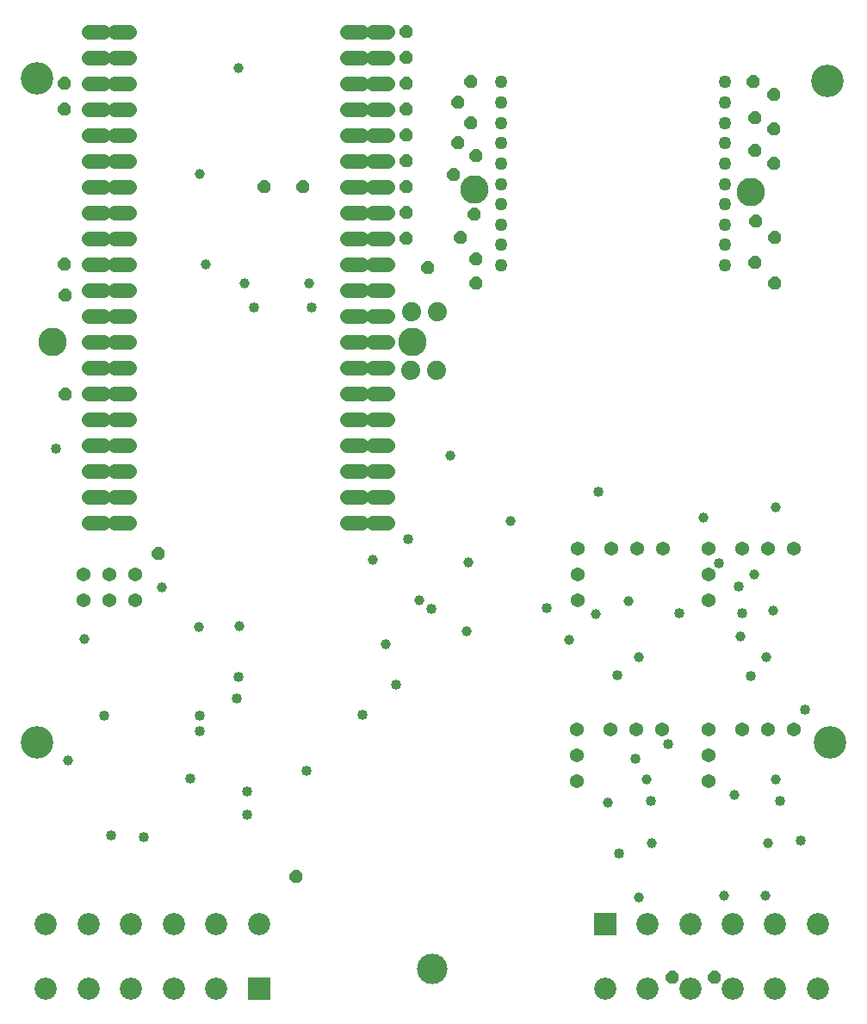
<source format=gbs>
G75*
%MOIN*%
%OFA0B0*%
%FSLAX25Y25*%
%IPPOS*%
%LPD*%
%AMOC8*
5,1,8,0,0,1.08239X$1,22.5*
%
%ADD10C,0.11024*%
%ADD11C,0.12598*%
%ADD12C,0.11811*%
%ADD13C,0.08600*%
%ADD14R,0.08600X0.08600*%
%ADD15C,0.05000*%
%ADD16C,0.05400*%
%ADD17C,0.07400*%
%ADD18OC8,0.05000*%
%ADD19C,0.05600*%
%ADD20C,0.03962*%
%ADD21C,0.04000*%
D10*
X0108934Y0318834D03*
X0248334Y0318834D03*
X0272334Y0377834D03*
X0379334Y0376834D03*
D11*
X0408834Y0419834D03*
X0409834Y0163834D03*
X0102834Y0163834D03*
X0102834Y0420834D03*
D12*
X0255834Y0076197D03*
D13*
X0106307Y0068480D03*
X0122803Y0068480D03*
X0139299Y0068480D03*
X0155795Y0068480D03*
X0172291Y0068480D03*
X0172291Y0093480D03*
X0188787Y0093480D03*
X0155795Y0093480D03*
X0139299Y0093480D03*
X0122803Y0093480D03*
X0106307Y0093480D03*
X0322842Y0068480D03*
X0339299Y0068480D03*
X0355756Y0068480D03*
X0372212Y0068480D03*
X0388669Y0068480D03*
X0405126Y0068480D03*
X0405126Y0093480D03*
X0388669Y0093480D03*
X0372212Y0093480D03*
X0355756Y0093480D03*
X0339299Y0093480D03*
D14*
X0322842Y0093480D03*
X0188787Y0068480D03*
D15*
X0282685Y0348401D03*
X0282685Y0356275D03*
X0282685Y0364149D03*
X0282685Y0372023D03*
X0282685Y0379897D03*
X0282685Y0387771D03*
X0282685Y0395645D03*
X0282685Y0403519D03*
X0282685Y0411393D03*
X0282685Y0419267D03*
X0369299Y0419267D03*
X0369299Y0411393D03*
X0369299Y0403519D03*
X0369299Y0395645D03*
X0369299Y0387771D03*
X0369299Y0379897D03*
X0369299Y0372023D03*
X0369299Y0364149D03*
X0369299Y0356275D03*
X0369299Y0348401D03*
D16*
X0362834Y0238834D03*
X0362834Y0228834D03*
X0362834Y0218834D03*
X0375834Y0238834D03*
X0385834Y0238834D03*
X0395834Y0238834D03*
X0345334Y0238834D03*
X0335334Y0238834D03*
X0325334Y0238834D03*
X0312334Y0238834D03*
X0312334Y0228834D03*
X0312334Y0218834D03*
X0311834Y0168834D03*
X0311834Y0158834D03*
X0311834Y0148834D03*
X0324834Y0168834D03*
X0334834Y0168834D03*
X0344834Y0168834D03*
X0362834Y0168834D03*
X0362834Y0158834D03*
X0362834Y0148834D03*
X0375834Y0168834D03*
X0385834Y0168834D03*
X0395834Y0168834D03*
X0140834Y0218834D03*
X0130834Y0218834D03*
X0120834Y0218834D03*
X0120834Y0228834D03*
X0130834Y0228834D03*
X0140834Y0228834D03*
D17*
X0247534Y0307834D03*
X0257534Y0307834D03*
X0257834Y0330334D03*
X0247834Y0330334D03*
D18*
X0254334Y0347334D03*
X0245834Y0358834D03*
X0245834Y0368834D03*
X0245834Y0378834D03*
X0245834Y0388834D03*
X0245834Y0398834D03*
X0245834Y0408834D03*
X0245834Y0418834D03*
X0245834Y0428834D03*
X0245834Y0438834D03*
X0270795Y0419274D03*
X0265740Y0411433D03*
X0270795Y0403519D03*
X0265740Y0395645D03*
X0272795Y0390771D03*
X0264240Y0383397D03*
X0272295Y0368023D03*
X0266740Y0359149D03*
X0272795Y0350775D03*
X0272740Y0341401D03*
X0205834Y0378834D03*
X0190834Y0378834D03*
X0113504Y0348882D03*
X0113834Y0336834D03*
X0113756Y0298267D03*
X0149834Y0236834D03*
X0203334Y0111834D03*
X0348834Y0072834D03*
X0365334Y0072834D03*
X0388586Y0341401D03*
X0380744Y0349275D03*
X0388578Y0359149D03*
X0381244Y0365531D03*
X0388078Y0387889D03*
X0380744Y0392756D03*
X0388086Y0401137D03*
X0380744Y0405559D03*
X0388086Y0414393D03*
X0380244Y0419267D03*
X0113504Y0418882D03*
X0113504Y0408882D03*
D19*
X0123034Y0408834D02*
X0128634Y0408834D01*
X0133034Y0408834D02*
X0138634Y0408834D01*
X0138634Y0398834D02*
X0133034Y0398834D01*
X0128634Y0398834D02*
X0123034Y0398834D01*
X0123034Y0388834D02*
X0128634Y0388834D01*
X0133034Y0388834D02*
X0138634Y0388834D01*
X0138634Y0378834D02*
X0133034Y0378834D01*
X0128634Y0378834D02*
X0123034Y0378834D01*
X0123034Y0368834D02*
X0128634Y0368834D01*
X0133034Y0368834D02*
X0138634Y0368834D01*
X0138634Y0358834D02*
X0133034Y0358834D01*
X0128634Y0358834D02*
X0123034Y0358834D01*
X0123034Y0348834D02*
X0128634Y0348834D01*
X0133034Y0348834D02*
X0138634Y0348834D01*
X0138634Y0338834D02*
X0133034Y0338834D01*
X0128634Y0338834D02*
X0123034Y0338834D01*
X0123034Y0328834D02*
X0128634Y0328834D01*
X0133034Y0328834D02*
X0138634Y0328834D01*
X0138634Y0318834D02*
X0133034Y0318834D01*
X0128634Y0318834D02*
X0123034Y0318834D01*
X0123034Y0308834D02*
X0128634Y0308834D01*
X0133034Y0308834D02*
X0138634Y0308834D01*
X0138634Y0298834D02*
X0133034Y0298834D01*
X0128634Y0298834D02*
X0123034Y0298834D01*
X0123034Y0288834D02*
X0128634Y0288834D01*
X0133034Y0288834D02*
X0138634Y0288834D01*
X0138634Y0278834D02*
X0133034Y0278834D01*
X0128634Y0278834D02*
X0123034Y0278834D01*
X0123034Y0268834D02*
X0128634Y0268834D01*
X0133034Y0268834D02*
X0138634Y0268834D01*
X0138634Y0258834D02*
X0133034Y0258834D01*
X0128634Y0258834D02*
X0123034Y0258834D01*
X0123034Y0248834D02*
X0128634Y0248834D01*
X0133034Y0248834D02*
X0138634Y0248834D01*
X0223034Y0248834D02*
X0228634Y0248834D01*
X0233034Y0248834D02*
X0238634Y0248834D01*
X0238634Y0258834D02*
X0233034Y0258834D01*
X0228634Y0258834D02*
X0223034Y0258834D01*
X0223034Y0268834D02*
X0228634Y0268834D01*
X0233034Y0268834D02*
X0238634Y0268834D01*
X0238634Y0278834D02*
X0233034Y0278834D01*
X0228634Y0278834D02*
X0223034Y0278834D01*
X0223034Y0288834D02*
X0228634Y0288834D01*
X0233034Y0288834D02*
X0238634Y0288834D01*
X0238634Y0298834D02*
X0233034Y0298834D01*
X0228634Y0298834D02*
X0223034Y0298834D01*
X0223034Y0308834D02*
X0228634Y0308834D01*
X0233034Y0308834D02*
X0238634Y0308834D01*
X0238634Y0318834D02*
X0233034Y0318834D01*
X0228634Y0318834D02*
X0223034Y0318834D01*
X0223034Y0328834D02*
X0228634Y0328834D01*
X0233034Y0328834D02*
X0238634Y0328834D01*
X0238634Y0338834D02*
X0233034Y0338834D01*
X0228634Y0338834D02*
X0223034Y0338834D01*
X0223034Y0348834D02*
X0228634Y0348834D01*
X0233034Y0348834D02*
X0238634Y0348834D01*
X0238634Y0358834D02*
X0233034Y0358834D01*
X0228634Y0358834D02*
X0223034Y0358834D01*
X0223034Y0368834D02*
X0228634Y0368834D01*
X0233034Y0368834D02*
X0238634Y0368834D01*
X0238634Y0378834D02*
X0233034Y0378834D01*
X0228634Y0378834D02*
X0223034Y0378834D01*
X0223034Y0388834D02*
X0228634Y0388834D01*
X0233034Y0388834D02*
X0238634Y0388834D01*
X0238634Y0398834D02*
X0233034Y0398834D01*
X0228634Y0398834D02*
X0223034Y0398834D01*
X0223034Y0408834D02*
X0228634Y0408834D01*
X0233034Y0408834D02*
X0238634Y0408834D01*
X0238634Y0418834D02*
X0233034Y0418834D01*
X0228634Y0418834D02*
X0223034Y0418834D01*
X0223034Y0428834D02*
X0228634Y0428834D01*
X0233034Y0428834D02*
X0238634Y0428834D01*
X0238634Y0438834D02*
X0233034Y0438834D01*
X0228634Y0438834D02*
X0223034Y0438834D01*
X0138634Y0438834D02*
X0133034Y0438834D01*
X0128634Y0438834D02*
X0123034Y0438834D01*
X0123034Y0428834D02*
X0128634Y0428834D01*
X0133034Y0428834D02*
X0138634Y0428834D01*
X0138634Y0418834D02*
X0133034Y0418834D01*
X0128634Y0418834D02*
X0123034Y0418834D01*
D20*
X0165834Y0383834D03*
X0168334Y0348834D03*
X0183334Y0341334D03*
X0208334Y0341334D03*
X0262834Y0274834D03*
X0286248Y0249248D03*
X0269834Y0233334D03*
X0250834Y0218834D03*
X0232834Y0234334D03*
X0237834Y0201834D03*
X0269334Y0206834D03*
X0308834Y0203334D03*
X0319334Y0213334D03*
X0331834Y0218334D03*
X0335834Y0196834D03*
X0375334Y0204834D03*
X0385334Y0196834D03*
X0387834Y0214834D03*
X0380634Y0228584D03*
X0388834Y0254834D03*
X0360834Y0250834D03*
X0338834Y0149334D03*
X0323834Y0140334D03*
X0340834Y0124834D03*
X0335834Y0103834D03*
X0368834Y0104334D03*
X0384834Y0104334D03*
X0385834Y0124834D03*
X0372834Y0143334D03*
X0388834Y0149334D03*
X0181334Y0208834D03*
X0165634Y0208434D03*
X0151334Y0223834D03*
X0121334Y0203834D03*
X0114834Y0156834D03*
X0180834Y0424834D03*
D21*
X0186984Y0331984D03*
X0209334Y0331984D03*
X0246384Y0242434D03*
X0255384Y0215434D03*
X0241884Y0185934D03*
X0228834Y0174484D03*
X0207234Y0152884D03*
X0184234Y0144784D03*
X0184234Y0135784D03*
X0162084Y0149784D03*
X0165784Y0168184D03*
X0165784Y0174034D03*
X0180234Y0180784D03*
X0180734Y0189234D03*
X0128934Y0174034D03*
X0131634Y0127684D03*
X0144184Y0127034D03*
X0110184Y0277284D03*
X0300184Y0215584D03*
X0327384Y0189834D03*
X0347184Y0163234D03*
X0334584Y0157384D03*
X0340434Y0141184D03*
X0328284Y0120684D03*
X0390384Y0141184D03*
X0398484Y0125784D03*
X0400284Y0176284D03*
X0379134Y0189334D03*
X0375984Y0213634D03*
X0374634Y0223984D03*
X0366984Y0232984D03*
X0351684Y0213634D03*
X0320234Y0260884D03*
M02*

</source>
